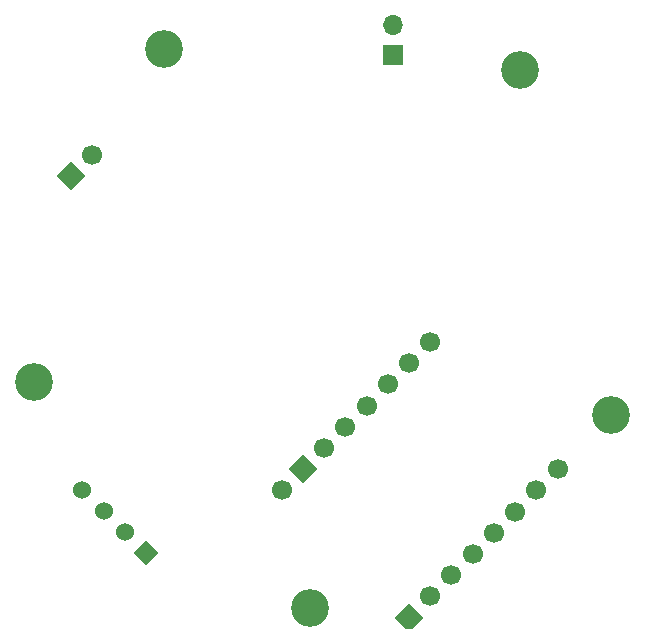
<source format=gbr>
%TF.GenerationSoftware,KiCad,Pcbnew,8.0.4*%
%TF.CreationDate,2024-07-23T01:00:19-04:00*%
%TF.ProjectId,esp32-wroom-table-lights,65737033-322d-4777-926f-6f6d2d746162,rev?*%
%TF.SameCoordinates,Original*%
%TF.FileFunction,Soldermask,Bot*%
%TF.FilePolarity,Negative*%
%FSLAX46Y46*%
G04 Gerber Fmt 4.6, Leading zero omitted, Abs format (unit mm)*
G04 Created by KiCad (PCBNEW 8.0.4) date 2024-07-23 01:00:19*
%MOMM*%
%LPD*%
G01*
G04 APERTURE LIST*
G04 Aperture macros list*
%AMHorizOval*
0 Thick line with rounded ends*
0 $1 width*
0 $2 $3 position (X,Y) of the first rounded end (center of the circle)*
0 $4 $5 position (X,Y) of the second rounded end (center of the circle)*
0 Add line between two ends*
20,1,$1,$2,$3,$4,$5,0*
0 Add two circle primitives to create the rounded ends*
1,1,$1,$2,$3*
1,1,$1,$4,$5*%
%AMRotRect*
0 Rectangle, with rotation*
0 The origin of the aperture is its center*
0 $1 length*
0 $2 width*
0 $3 Rotation angle, in degrees counterclockwise*
0 Add horizontal line*
21,1,$1,$2,0,0,$3*%
%AMOutline5P*
0 Free polygon, 5 corners , with rotation*
0 The origin of the aperture is its center*
0 number of corners: always 5*
0 $1 to $10 corner X, Y*
0 $11 Rotation angle, in degrees counterclockwise*
0 create outline with 5 corners*
4,1,5,$1,$2,$3,$4,$5,$6,$7,$8,$9,$10,$1,$2,$11*%
%AMOutline6P*
0 Free polygon, 6 corners , with rotation*
0 The origin of the aperture is its center*
0 number of corners: always 6*
0 $1 to $12 corner X, Y*
0 $13 Rotation angle, in degrees counterclockwise*
0 create outline with 6 corners*
4,1,6,$1,$2,$3,$4,$5,$6,$7,$8,$9,$10,$11,$12,$1,$2,$13*%
%AMOutline7P*
0 Free polygon, 7 corners , with rotation*
0 The origin of the aperture is its center*
0 number of corners: always 7*
0 $1 to $14 corner X, Y*
0 $15 Rotation angle, in degrees counterclockwise*
0 create outline with 7 corners*
4,1,7,$1,$2,$3,$4,$5,$6,$7,$8,$9,$10,$11,$12,$13,$14,$1,$2,$15*%
%AMOutline8P*
0 Free polygon, 8 corners , with rotation*
0 The origin of the aperture is its center*
0 number of corners: always 8*
0 $1 to $16 corner X, Y*
0 $17 Rotation angle, in degrees counterclockwise*
0 create outline with 8 corners*
4,1,8,$1,$2,$3,$4,$5,$6,$7,$8,$9,$10,$11,$12,$13,$14,$15,$16,$1,$2,$17*%
G04 Aperture macros list end*
%ADD10O,1.700000X1.700000*%
%ADD11R,1.700000X1.700000*%
%ADD12C,3.200000*%
%ADD13C,1.524000*%
%ADD14RotRect,1.524000X1.524000X225.000000*%
%ADD15HorizOval,1.700000X0.000000X0.000000X0.000000X0.000000X0*%
%ADD16RotRect,1.700000X1.700000X135.000000*%
%ADD17Outline5P,-0.850000X0.425000X-0.425000X0.850000X0.850000X0.850000X0.850000X-0.850000X-0.850000X-0.850000X135.000000*%
G04 APERTURE END LIST*
D10*
%TO.C,D4*%
X105475000Y-76127500D03*
D11*
X105475000Y-78667500D03*
%TD*%
D12*
%TO.C,H1*%
X98508579Y-125467112D03*
%TD*%
%TO.C,H1*%
X75128251Y-106313148D03*
%TD*%
%TO.C,H1*%
X86119835Y-78158234D03*
%TD*%
%TO.C,H1*%
X116293335Y-79911505D03*
%TD*%
%TO.C,H1*%
X123950000Y-109150000D03*
%TD*%
D13*
%TO.C,J2*%
X82796051Y-119046051D03*
X81000000Y-117250000D03*
X79203949Y-115453949D03*
D14*
X84592102Y-120842102D03*
%TD*%
D15*
%TO.C,U1*%
X96085539Y-115511846D03*
D16*
X97881590Y-113715795D03*
D15*
X99677641Y-111919744D03*
X101473693Y-110123693D03*
X103269744Y-108327642D03*
X105065795Y-106531590D03*
X106861846Y-104735539D03*
X108657897Y-102939488D03*
X119434205Y-113715795D03*
X117638154Y-115511846D03*
X115842102Y-117307898D03*
X114046051Y-119103949D03*
X112250000Y-120900000D03*
X110453949Y-122696051D03*
X108657897Y-124492103D03*
D17*
X106861846Y-126288154D03*
%TD*%
D16*
%TO.C,J1*%
X78248439Y-88916206D03*
D15*
X80044491Y-87120155D03*
%TD*%
M02*

</source>
